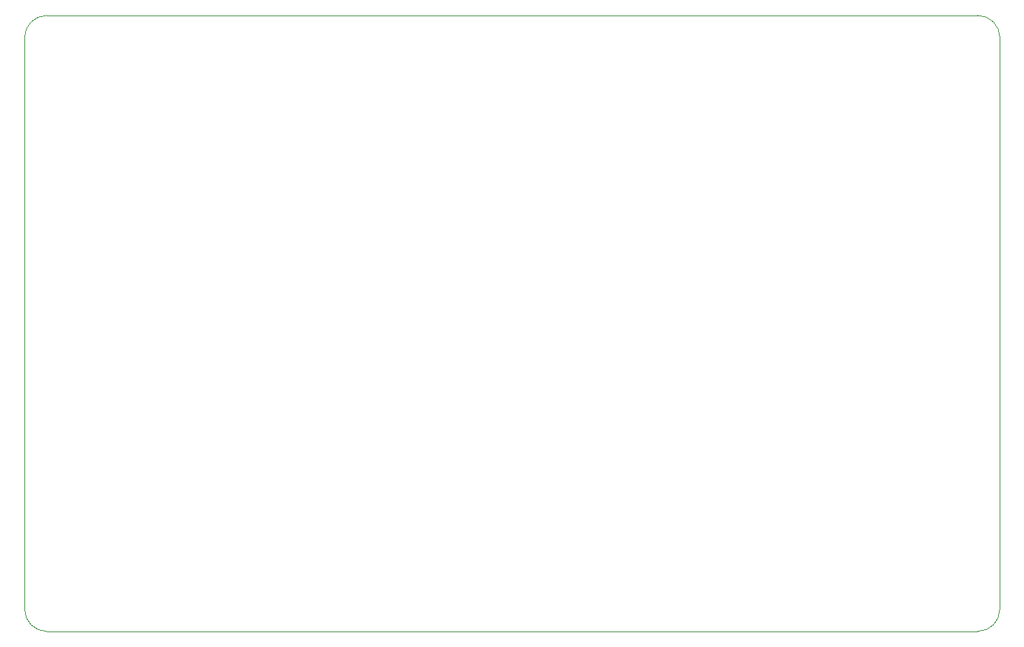
<source format=gbr>
%TF.GenerationSoftware,KiCad,Pcbnew,(5.1.10)-1*%
%TF.CreationDate,2021-05-24T14:39:04+01:00*%
%TF.ProjectId,FloppyDiskController,466c6f70-7079-4446-9973-6b436f6e7472,rev?*%
%TF.SameCoordinates,Original*%
%TF.FileFunction,Paste,Top*%
%TF.FilePolarity,Positive*%
%FSLAX46Y46*%
G04 Gerber Fmt 4.6, Leading zero omitted, Abs format (unit mm)*
G04 Created by KiCad (PCBNEW (5.1.10)-1) date 2021-05-24 14:39:04*
%MOMM*%
%LPD*%
G01*
G04 APERTURE LIST*
%TA.AperFunction,Profile*%
%ADD10C,0.050000*%
%TD*%
G04 APERTURE END LIST*
D10*
X86360000Y-66040000D02*
X86360000Y-58928000D01*
X104140000Y-56388000D02*
X88900000Y-56388000D01*
X104140000Y-127000000D02*
X88900000Y-127000000D01*
X195580000Y-56388000D02*
X104140000Y-56388000D01*
X198120000Y-66294000D02*
X198120000Y-58928000D01*
X198120000Y-124460000D02*
G75*
G02*
X195580000Y-127000000I-2540000J0D01*
G01*
X195580000Y-56388000D02*
G75*
G02*
X198120000Y-58928000I0J-2540000D01*
G01*
X86360000Y-58928000D02*
G75*
G02*
X88900000Y-56388000I2540000J0D01*
G01*
X88900000Y-127000000D02*
G75*
G02*
X86360000Y-124460000I0J2540000D01*
G01*
X86360000Y-66040000D02*
X86360000Y-124460000D01*
X198120000Y-124460000D02*
X198120000Y-66294000D01*
X104140000Y-127000000D02*
X195580000Y-127000000D01*
M02*

</source>
